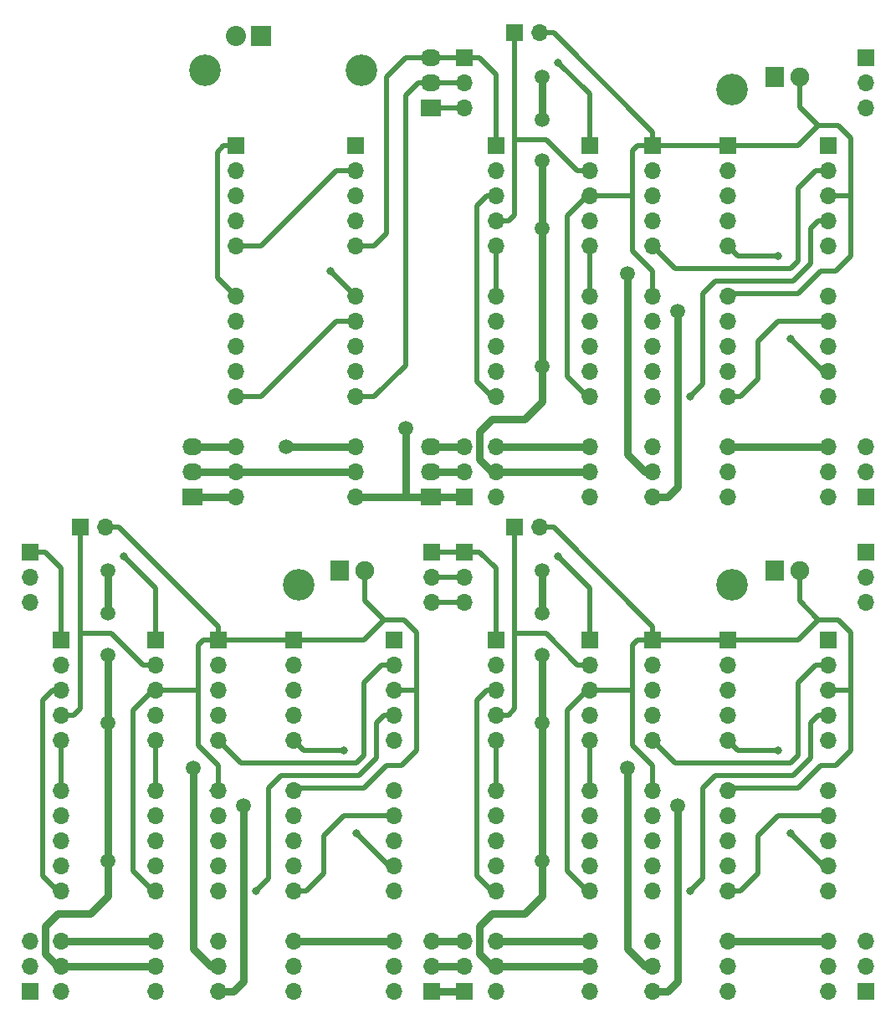
<source format=gtl>
G04 #@! TF.FileFunction,Copper,L1,Top,Signal*
%FSLAX46Y46*%
G04 Gerber Fmt 4.6, Leading zero omitted, Abs format (unit mm)*
G04 Created by KiCad (PCBNEW 4.0.5+dfsg1-4) date Fri Sep 22 17:31:14 2017*
%MOMM*%
%LPD*%
G01*
G04 APERTURE LIST*
%ADD10C,0.100000*%
%ADD11C,3.200000*%
%ADD12R,1.700000X1.700000*%
%ADD13O,1.700000X1.700000*%
%ADD14R,1.900000X2.000000*%
%ADD15C,1.900000*%
%ADD16R,2.032000X2.032000*%
%ADD17O,2.032000X2.032000*%
%ADD18R,2.032000X1.727200*%
%ADD19O,2.032000X1.727200*%
%ADD20C,1.500000*%
%ADD21C,0.800000*%
%ADD22C,0.500000*%
%ADD23C,0.800000*%
G04 APERTURE END LIST*
D10*
D11*
X112395000Y-83820000D03*
X68580000Y-83820000D03*
X112395000Y-33655000D03*
X59055000Y-31750000D03*
X74930000Y-31750000D03*
D12*
X81994300Y-80481300D03*
D13*
X81994300Y-83021300D03*
X81994300Y-85561300D03*
D12*
X41354300Y-80481300D03*
D13*
X41354300Y-83021300D03*
X41354300Y-85561300D03*
D12*
X46434300Y-77941300D03*
D13*
X48974300Y-77941300D03*
D12*
X81994300Y-124931300D03*
D13*
X81994300Y-122391300D03*
X81994300Y-119851300D03*
D12*
X41354300Y-124931300D03*
D13*
X41354300Y-122391300D03*
X41354300Y-119851300D03*
D12*
X44529300Y-89371300D03*
D13*
X44529300Y-91911300D03*
X44529300Y-94451300D03*
X44529300Y-96991300D03*
X44529300Y-99531300D03*
X44529300Y-104611300D03*
X44529300Y-107151300D03*
X44529300Y-109691300D03*
X44529300Y-112231300D03*
X44529300Y-114771300D03*
X44529300Y-119851300D03*
X44529300Y-122391300D03*
X44529300Y-124931300D03*
D12*
X54054300Y-89371300D03*
D13*
X54054300Y-91911300D03*
X54054300Y-94451300D03*
X54054300Y-96991300D03*
X54054300Y-99531300D03*
X54054300Y-104611300D03*
X54054300Y-107151300D03*
X54054300Y-109691300D03*
X54054300Y-112231300D03*
X54054300Y-114771300D03*
X54054300Y-119851300D03*
X54054300Y-122391300D03*
X54054300Y-124931300D03*
D12*
X60404300Y-89371300D03*
D13*
X60404300Y-91911300D03*
X60404300Y-94451300D03*
X60404300Y-96991300D03*
X60404300Y-99531300D03*
X60404300Y-104611300D03*
X60404300Y-107151300D03*
X60404300Y-109691300D03*
X60404300Y-112231300D03*
X60404300Y-114771300D03*
X60404300Y-119851300D03*
X60404300Y-122391300D03*
X60404300Y-124931300D03*
D12*
X68024300Y-89371300D03*
D13*
X68024300Y-91911300D03*
X68024300Y-94451300D03*
X68024300Y-96991300D03*
X68024300Y-99531300D03*
X68024300Y-104611300D03*
X68024300Y-107151300D03*
X68024300Y-109691300D03*
X68024300Y-112231300D03*
X68024300Y-114771300D03*
X68024300Y-119851300D03*
X68024300Y-122391300D03*
X68024300Y-124931300D03*
D12*
X78184300Y-89371300D03*
D13*
X78184300Y-91911300D03*
X78184300Y-94451300D03*
X78184300Y-96991300D03*
X78184300Y-99531300D03*
X78184300Y-104611300D03*
X78184300Y-107151300D03*
X78184300Y-109691300D03*
X78184300Y-112231300D03*
X78184300Y-114771300D03*
X78184300Y-119851300D03*
X78184300Y-122391300D03*
X78184300Y-124931300D03*
D14*
X72723300Y-82386300D03*
D15*
X75263300Y-82386300D03*
D14*
X116723300Y-82386300D03*
D15*
X119263300Y-82386300D03*
D12*
X122184300Y-89371300D03*
D13*
X122184300Y-91911300D03*
X122184300Y-94451300D03*
X122184300Y-96991300D03*
X122184300Y-99531300D03*
X122184300Y-104611300D03*
X122184300Y-107151300D03*
X122184300Y-109691300D03*
X122184300Y-112231300D03*
X122184300Y-114771300D03*
X122184300Y-119851300D03*
X122184300Y-122391300D03*
X122184300Y-124931300D03*
D12*
X112024300Y-89371300D03*
D13*
X112024300Y-91911300D03*
X112024300Y-94451300D03*
X112024300Y-96991300D03*
X112024300Y-99531300D03*
X112024300Y-104611300D03*
X112024300Y-107151300D03*
X112024300Y-109691300D03*
X112024300Y-112231300D03*
X112024300Y-114771300D03*
X112024300Y-119851300D03*
X112024300Y-122391300D03*
X112024300Y-124931300D03*
D12*
X104404300Y-89371300D03*
D13*
X104404300Y-91911300D03*
X104404300Y-94451300D03*
X104404300Y-96991300D03*
X104404300Y-99531300D03*
X104404300Y-104611300D03*
X104404300Y-107151300D03*
X104404300Y-109691300D03*
X104404300Y-112231300D03*
X104404300Y-114771300D03*
X104404300Y-119851300D03*
X104404300Y-122391300D03*
X104404300Y-124931300D03*
D12*
X98054300Y-89371300D03*
D13*
X98054300Y-91911300D03*
X98054300Y-94451300D03*
X98054300Y-96991300D03*
X98054300Y-99531300D03*
X98054300Y-104611300D03*
X98054300Y-107151300D03*
X98054300Y-109691300D03*
X98054300Y-112231300D03*
X98054300Y-114771300D03*
X98054300Y-119851300D03*
X98054300Y-122391300D03*
X98054300Y-124931300D03*
D12*
X88529300Y-89371300D03*
D13*
X88529300Y-91911300D03*
X88529300Y-94451300D03*
X88529300Y-96991300D03*
X88529300Y-99531300D03*
X88529300Y-104611300D03*
X88529300Y-107151300D03*
X88529300Y-109691300D03*
X88529300Y-112231300D03*
X88529300Y-114771300D03*
X88529300Y-119851300D03*
X88529300Y-122391300D03*
X88529300Y-124931300D03*
D12*
X85354300Y-124931300D03*
D13*
X85354300Y-122391300D03*
X85354300Y-119851300D03*
D12*
X125994300Y-124931300D03*
D13*
X125994300Y-122391300D03*
X125994300Y-119851300D03*
D12*
X90434300Y-77941300D03*
D13*
X92974300Y-77941300D03*
D12*
X85354300Y-80481300D03*
D13*
X85354300Y-83021300D03*
X85354300Y-85561300D03*
D12*
X125994300Y-80481300D03*
D13*
X125994300Y-83021300D03*
X125994300Y-85561300D03*
D12*
X125994300Y-30481300D03*
D13*
X125994300Y-33021300D03*
X125994300Y-35561300D03*
D12*
X85354300Y-30481300D03*
D13*
X85354300Y-33021300D03*
X85354300Y-35561300D03*
D12*
X90434300Y-27941300D03*
D13*
X92974300Y-27941300D03*
D12*
X125994300Y-74931300D03*
D13*
X125994300Y-72391300D03*
X125994300Y-69851300D03*
D12*
X85354300Y-74931300D03*
D13*
X85354300Y-72391300D03*
X85354300Y-69851300D03*
D12*
X88529300Y-39371300D03*
D13*
X88529300Y-41911300D03*
X88529300Y-44451300D03*
X88529300Y-46991300D03*
X88529300Y-49531300D03*
X88529300Y-54611300D03*
X88529300Y-57151300D03*
X88529300Y-59691300D03*
X88529300Y-62231300D03*
X88529300Y-64771300D03*
X88529300Y-69851300D03*
X88529300Y-72391300D03*
X88529300Y-74931300D03*
D12*
X98054300Y-39371300D03*
D13*
X98054300Y-41911300D03*
X98054300Y-44451300D03*
X98054300Y-46991300D03*
X98054300Y-49531300D03*
X98054300Y-54611300D03*
X98054300Y-57151300D03*
X98054300Y-59691300D03*
X98054300Y-62231300D03*
X98054300Y-64771300D03*
X98054300Y-69851300D03*
X98054300Y-72391300D03*
X98054300Y-74931300D03*
D12*
X104404300Y-39371300D03*
D13*
X104404300Y-41911300D03*
X104404300Y-44451300D03*
X104404300Y-46991300D03*
X104404300Y-49531300D03*
X104404300Y-54611300D03*
X104404300Y-57151300D03*
X104404300Y-59691300D03*
X104404300Y-62231300D03*
X104404300Y-64771300D03*
X104404300Y-69851300D03*
X104404300Y-72391300D03*
X104404300Y-74931300D03*
D12*
X112024300Y-39371300D03*
D13*
X112024300Y-41911300D03*
X112024300Y-44451300D03*
X112024300Y-46991300D03*
X112024300Y-49531300D03*
X112024300Y-54611300D03*
X112024300Y-57151300D03*
X112024300Y-59691300D03*
X112024300Y-62231300D03*
X112024300Y-64771300D03*
X112024300Y-69851300D03*
X112024300Y-72391300D03*
X112024300Y-74931300D03*
D12*
X122184300Y-39371300D03*
D13*
X122184300Y-41911300D03*
X122184300Y-44451300D03*
X122184300Y-46991300D03*
X122184300Y-49531300D03*
X122184300Y-54611300D03*
X122184300Y-57151300D03*
X122184300Y-59691300D03*
X122184300Y-62231300D03*
X122184300Y-64771300D03*
X122184300Y-69851300D03*
X122184300Y-72391300D03*
X122184300Y-74931300D03*
D14*
X116723300Y-32386300D03*
D15*
X119263300Y-32386300D03*
D16*
X64750000Y-28250000D03*
D17*
X62210000Y-28250000D03*
D18*
X81915000Y-35560000D03*
D19*
X81915000Y-33020000D03*
X81915000Y-30480000D03*
D12*
X62230000Y-39370000D03*
D13*
X62230000Y-41910000D03*
X62230000Y-44450000D03*
X62230000Y-46990000D03*
X62230000Y-49530000D03*
X62230000Y-54610000D03*
X62230000Y-57150000D03*
X62230000Y-59690000D03*
X62230000Y-62230000D03*
X62230000Y-64770000D03*
X62230000Y-69850000D03*
X62230000Y-72390000D03*
X62230000Y-74930000D03*
D12*
X74295000Y-39370000D03*
D13*
X74295000Y-41910000D03*
X74295000Y-44450000D03*
X74295000Y-46990000D03*
X74295000Y-49530000D03*
X74295000Y-54610000D03*
X74295000Y-57150000D03*
X74295000Y-59690000D03*
X74295000Y-62230000D03*
X74295000Y-64770000D03*
X74295000Y-69850000D03*
X74295000Y-72390000D03*
X74295000Y-74930000D03*
D18*
X81915000Y-74930000D03*
D19*
X81915000Y-72390000D03*
X81915000Y-69850000D03*
D18*
X57785000Y-74930000D03*
D19*
X57785000Y-72390000D03*
X57785000Y-69850000D03*
D20*
X57864300Y-102325300D03*
X49228300Y-86704300D03*
X49228300Y-82386300D03*
X49228300Y-90895300D03*
X49228300Y-97753300D03*
X49228300Y-111723300D03*
X93228300Y-111723300D03*
X93228300Y-97753300D03*
X93228300Y-90895300D03*
X93228300Y-82386300D03*
X93228300Y-86704300D03*
X101864300Y-102325300D03*
X101864300Y-52325300D03*
X93228300Y-36704300D03*
X93228300Y-32386300D03*
X93228300Y-40895300D03*
X93228300Y-47753300D03*
X93228300Y-61723300D03*
D21*
X50844300Y-80931300D03*
X94844300Y-80931300D03*
X94844300Y-30931300D03*
D20*
X62944300Y-106135300D03*
X106944300Y-106135300D03*
X79375000Y-67945000D03*
X106944300Y-56135300D03*
X67310000Y-69850000D03*
D21*
X64214300Y-114771300D03*
X108214300Y-114771300D03*
X108214300Y-64771300D03*
X74374300Y-108929300D03*
X73104300Y-100547300D03*
X117104300Y-100547300D03*
X118374300Y-108929300D03*
X118374300Y-58929300D03*
X117104300Y-50547300D03*
X71755000Y-52070000D03*
D22*
X44529300Y-114771300D02*
X44148300Y-114771300D01*
X44148300Y-114771300D02*
X42624300Y-113247300D01*
X42624300Y-113247300D02*
X42624300Y-95467300D01*
X42624300Y-95467300D02*
X43640300Y-94451300D01*
X43640300Y-94451300D02*
X44529300Y-94451300D01*
X87640300Y-94451300D02*
X88529300Y-94451300D01*
X86624300Y-95467300D02*
X87640300Y-94451300D01*
X86624300Y-113247300D02*
X86624300Y-95467300D01*
X88148300Y-114771300D02*
X86624300Y-113247300D01*
X88529300Y-114771300D02*
X88148300Y-114771300D01*
X88529300Y-64771300D02*
X88148300Y-64771300D01*
X88148300Y-64771300D02*
X86624300Y-63247300D01*
X86624300Y-63247300D02*
X86624300Y-45467300D01*
X86624300Y-45467300D02*
X87640300Y-44451300D01*
X87640300Y-44451300D02*
X88529300Y-44451300D01*
D23*
X62230000Y-72390000D02*
X57785000Y-72390000D01*
X81994300Y-122391300D02*
X85354300Y-122391300D01*
X59642300Y-122391300D02*
X57864300Y-120613300D01*
X57864300Y-118581300D02*
X57864300Y-120613300D01*
X57864300Y-118581300D02*
X57864300Y-102325300D01*
X59642300Y-122391300D02*
X60404300Y-122391300D01*
X44529300Y-122391300D02*
X44148300Y-122391300D01*
X44148300Y-122391300D02*
X42878300Y-121121300D01*
X42878300Y-121121300D02*
X42878300Y-118327300D01*
X44529300Y-122391300D02*
X54054300Y-122391300D01*
X49228300Y-86704300D02*
X49228300Y-82386300D01*
X49228300Y-97753300D02*
X49228300Y-90895300D01*
X49228300Y-111723300D02*
X49228300Y-97753300D01*
X49228300Y-115279300D02*
X49228300Y-111723300D01*
X47450300Y-117057300D02*
X49228300Y-115279300D01*
X44148300Y-117057300D02*
X47450300Y-117057300D01*
X42878300Y-118327300D02*
X44148300Y-117057300D01*
X86878300Y-118327300D02*
X88148300Y-117057300D01*
X88148300Y-117057300D02*
X91450300Y-117057300D01*
X91450300Y-117057300D02*
X93228300Y-115279300D01*
X93228300Y-115279300D02*
X93228300Y-111723300D01*
X93228300Y-111723300D02*
X93228300Y-97753300D01*
X93228300Y-97753300D02*
X93228300Y-90895300D01*
X93228300Y-86704300D02*
X93228300Y-82386300D01*
X88529300Y-122391300D02*
X98054300Y-122391300D01*
X86878300Y-121121300D02*
X86878300Y-118327300D01*
X88148300Y-122391300D02*
X86878300Y-121121300D01*
X88529300Y-122391300D02*
X88148300Y-122391300D01*
X103642300Y-122391300D02*
X104404300Y-122391300D01*
X101864300Y-118581300D02*
X101864300Y-102325300D01*
X101864300Y-118581300D02*
X101864300Y-120613300D01*
X103642300Y-122391300D02*
X101864300Y-120613300D01*
X85354300Y-72391300D02*
X81916300Y-72391300D01*
X81916300Y-72391300D02*
X81915000Y-72390000D01*
X62230000Y-72390000D02*
X74295000Y-72390000D01*
X103642300Y-72391300D02*
X101864300Y-70613300D01*
X101864300Y-68581300D02*
X101864300Y-70613300D01*
X101864300Y-68581300D02*
X101864300Y-52325300D01*
X103642300Y-72391300D02*
X104404300Y-72391300D01*
X88529300Y-72391300D02*
X88148300Y-72391300D01*
X88148300Y-72391300D02*
X86878300Y-71121300D01*
X86878300Y-71121300D02*
X86878300Y-68327300D01*
X88529300Y-72391300D02*
X98054300Y-72391300D01*
X93228300Y-36704300D02*
X93228300Y-32386300D01*
X93228300Y-47753300D02*
X93228300Y-40895300D01*
X93228300Y-61723300D02*
X93228300Y-47753300D01*
X93228300Y-65279300D02*
X93228300Y-61723300D01*
X91450300Y-67057300D02*
X93228300Y-65279300D01*
X88148300Y-67057300D02*
X91450300Y-67057300D01*
X86878300Y-68327300D02*
X88148300Y-67057300D01*
D22*
X51768300Y-96483300D02*
X51768300Y-112739300D01*
X54054300Y-94451300D02*
X58372300Y-94451300D01*
X60404300Y-104611300D02*
X60404300Y-102071300D01*
X60404300Y-102071300D02*
X58372300Y-100039300D01*
X58372300Y-100039300D02*
X58372300Y-94451300D01*
X58880300Y-89371300D02*
X60404300Y-89371300D01*
X58372300Y-94451300D02*
X58372300Y-89879300D01*
X58372300Y-89879300D02*
X58880300Y-89371300D01*
X48974300Y-77941300D02*
X50354300Y-77941300D01*
X60404300Y-87991300D02*
X60404300Y-89371300D01*
X50354300Y-77941300D02*
X60404300Y-87991300D01*
X68278300Y-104357300D02*
X69294300Y-104357300D01*
X80470300Y-100547300D02*
X80470300Y-94451300D01*
X78946300Y-102071300D02*
X80470300Y-100547300D01*
X77422300Y-102071300D02*
X78946300Y-102071300D01*
X75136300Y-104357300D02*
X77422300Y-102071300D01*
X69294300Y-104357300D02*
X75136300Y-104357300D01*
X68278300Y-104357300D02*
X68024300Y-104611300D01*
X68024300Y-89371300D02*
X75136300Y-89371300D01*
X60404300Y-89371300D02*
X68024300Y-89371300D01*
X80470300Y-94451300D02*
X78184300Y-94451300D01*
X48974300Y-77941300D02*
X48974300Y-78195300D01*
X59769300Y-104611300D02*
X60404300Y-104611300D01*
X54054300Y-94451300D02*
X53800300Y-94451300D01*
X53800300Y-94451300D02*
X51768300Y-96483300D01*
X51768300Y-112739300D02*
X53800300Y-114771300D01*
X53800300Y-114771300D02*
X54054300Y-114771300D01*
X79200300Y-87339300D02*
X80470300Y-88609300D01*
X80470300Y-88609300D02*
X80470300Y-94451300D01*
X75263300Y-82386300D02*
X75263300Y-85434300D01*
X75263300Y-85434300D02*
X77168300Y-87339300D01*
X75136300Y-89371300D02*
X77168300Y-87339300D01*
X77168300Y-87339300D02*
X79200300Y-87339300D01*
X121168300Y-87339300D02*
X123200300Y-87339300D01*
X119136300Y-89371300D02*
X121168300Y-87339300D01*
X119263300Y-85434300D02*
X121168300Y-87339300D01*
X119263300Y-82386300D02*
X119263300Y-85434300D01*
X124470300Y-88609300D02*
X124470300Y-94451300D01*
X123200300Y-87339300D02*
X124470300Y-88609300D01*
X97800300Y-114771300D02*
X98054300Y-114771300D01*
X95768300Y-112739300D02*
X97800300Y-114771300D01*
X97800300Y-94451300D02*
X95768300Y-96483300D01*
X98054300Y-94451300D02*
X97800300Y-94451300D01*
X103769300Y-104611300D02*
X104404300Y-104611300D01*
X92974300Y-77941300D02*
X92974300Y-78195300D01*
X124470300Y-94451300D02*
X122184300Y-94451300D01*
X104404300Y-89371300D02*
X112024300Y-89371300D01*
X112024300Y-89371300D02*
X119136300Y-89371300D01*
X112278300Y-104357300D02*
X112024300Y-104611300D01*
X113294300Y-104357300D02*
X119136300Y-104357300D01*
X119136300Y-104357300D02*
X121422300Y-102071300D01*
X121422300Y-102071300D02*
X122946300Y-102071300D01*
X122946300Y-102071300D02*
X124470300Y-100547300D01*
X124470300Y-100547300D02*
X124470300Y-94451300D01*
X112278300Y-104357300D02*
X113294300Y-104357300D01*
X94354300Y-77941300D02*
X104404300Y-87991300D01*
X104404300Y-87991300D02*
X104404300Y-89371300D01*
X92974300Y-77941300D02*
X94354300Y-77941300D01*
X102372300Y-89879300D02*
X102880300Y-89371300D01*
X102372300Y-94451300D02*
X102372300Y-89879300D01*
X102880300Y-89371300D02*
X104404300Y-89371300D01*
X102372300Y-100039300D02*
X102372300Y-94451300D01*
X104404300Y-102071300D02*
X102372300Y-100039300D01*
X104404300Y-104611300D02*
X104404300Y-102071300D01*
X98054300Y-94451300D02*
X102372300Y-94451300D01*
X95768300Y-96483300D02*
X95768300Y-112739300D01*
X95768300Y-46483300D02*
X95768300Y-62739300D01*
X98054300Y-44451300D02*
X102372300Y-44451300D01*
X104404300Y-54611300D02*
X104404300Y-52071300D01*
X104404300Y-52071300D02*
X102372300Y-50039300D01*
X102372300Y-50039300D02*
X102372300Y-44451300D01*
X102880300Y-39371300D02*
X104404300Y-39371300D01*
X102372300Y-44451300D02*
X102372300Y-39879300D01*
X102372300Y-39879300D02*
X102880300Y-39371300D01*
X92974300Y-27941300D02*
X94354300Y-27941300D01*
X104404300Y-37991300D02*
X104404300Y-39371300D01*
X94354300Y-27941300D02*
X104404300Y-37991300D01*
X112278300Y-54357300D02*
X113294300Y-54357300D01*
X124470300Y-50547300D02*
X124470300Y-44451300D01*
X122946300Y-52071300D02*
X124470300Y-50547300D01*
X121422300Y-52071300D02*
X122946300Y-52071300D01*
X119136300Y-54357300D02*
X121422300Y-52071300D01*
X113294300Y-54357300D02*
X119136300Y-54357300D01*
X112278300Y-54357300D02*
X112024300Y-54611300D01*
X112024300Y-39371300D02*
X119136300Y-39371300D01*
X104404300Y-39371300D02*
X112024300Y-39371300D01*
X124470300Y-44451300D02*
X122184300Y-44451300D01*
X92974300Y-27941300D02*
X92974300Y-28195300D01*
X103769300Y-54611300D02*
X104404300Y-54611300D01*
X98054300Y-44451300D02*
X97800300Y-44451300D01*
X97800300Y-44451300D02*
X95768300Y-46483300D01*
X95768300Y-62739300D02*
X97800300Y-64771300D01*
X97800300Y-64771300D02*
X98054300Y-64771300D01*
X123200300Y-37339300D02*
X124470300Y-38609300D01*
X124470300Y-38609300D02*
X124470300Y-44451300D01*
X119263300Y-32386300D02*
X119263300Y-35434300D01*
X119263300Y-35434300D02*
X121168300Y-37339300D01*
X119136300Y-39371300D02*
X121168300Y-37339300D01*
X121168300Y-37339300D02*
X123200300Y-37339300D01*
X81994300Y-80481300D02*
X85354300Y-80481300D01*
X41353000Y-80480000D02*
X41354300Y-80481300D01*
X44529300Y-89371300D02*
X44529300Y-82132300D01*
X42878300Y-80481300D02*
X41354300Y-80481300D01*
X44529300Y-82132300D02*
X42878300Y-80481300D01*
X88529300Y-82132300D02*
X86878300Y-80481300D01*
X88529300Y-89371300D02*
X88529300Y-82132300D01*
X86878300Y-80481300D02*
X85354300Y-80481300D01*
X85353000Y-80480000D02*
X85354300Y-80481300D01*
X81915000Y-30480000D02*
X85353000Y-30480000D01*
X85353000Y-30480000D02*
X85354300Y-30481300D01*
X81915000Y-30480000D02*
X79375000Y-30480000D01*
X76200000Y-49530000D02*
X74295000Y-49530000D01*
X77470000Y-48260000D02*
X76200000Y-49530000D01*
X77470000Y-32385000D02*
X77470000Y-48260000D01*
X79375000Y-30480000D02*
X77470000Y-32385000D01*
X88529300Y-39371300D02*
X88529300Y-32132300D01*
X86878300Y-30481300D02*
X85354300Y-30481300D01*
X88529300Y-32132300D02*
X86878300Y-30481300D01*
X85354300Y-83021300D02*
X81994300Y-83021300D01*
X54054300Y-84141300D02*
X50844300Y-80931300D01*
X54054300Y-89371300D02*
X54054300Y-84141300D01*
X98054300Y-89371300D02*
X98054300Y-84141300D01*
X98054300Y-84141300D02*
X94844300Y-80931300D01*
X85354300Y-33021300D02*
X81916300Y-33021300D01*
X98054300Y-34141300D02*
X94844300Y-30931300D01*
X81916300Y-33021300D02*
X81915000Y-33020000D01*
X74295000Y-64770000D02*
X76200000Y-64770000D01*
X80645000Y-33020000D02*
X81915000Y-33020000D01*
X79375000Y-34290000D02*
X80645000Y-33020000D01*
X79375000Y-61595000D02*
X79375000Y-34290000D01*
X76200000Y-64770000D02*
X79375000Y-61595000D01*
X98054300Y-39371300D02*
X98054300Y-34141300D01*
X81994300Y-85561300D02*
X85354300Y-85561300D01*
X41353000Y-85560000D02*
X41354300Y-85561300D01*
X85353000Y-85560000D02*
X85354300Y-85561300D01*
X81915000Y-35560000D02*
X85353000Y-35560000D01*
X85353000Y-35560000D02*
X85354300Y-35561300D01*
X49609300Y-88736300D02*
X46434300Y-88736300D01*
X46434300Y-96356300D02*
X46434300Y-88736300D01*
X54054300Y-91911300D02*
X52784300Y-91911300D01*
X52784300Y-91911300D02*
X49609300Y-88736300D01*
X44529300Y-96991300D02*
X45799300Y-96991300D01*
X46434300Y-88736300D02*
X46434300Y-77941300D01*
X45799300Y-96991300D02*
X46434300Y-96356300D01*
X89799300Y-96991300D02*
X90434300Y-96356300D01*
X90434300Y-88736300D02*
X90434300Y-77941300D01*
X88529300Y-96991300D02*
X89799300Y-96991300D01*
X96784300Y-91911300D02*
X93609300Y-88736300D01*
X98054300Y-91911300D02*
X96784300Y-91911300D01*
X90434300Y-96356300D02*
X90434300Y-88736300D01*
X93609300Y-88736300D02*
X90434300Y-88736300D01*
X93609300Y-38736300D02*
X90434300Y-38736300D01*
X90434300Y-46356300D02*
X90434300Y-38736300D01*
X98054300Y-41911300D02*
X96784300Y-41911300D01*
X96784300Y-41911300D02*
X93609300Y-38736300D01*
X88529300Y-46991300D02*
X89799300Y-46991300D01*
X90434300Y-38736300D02*
X90434300Y-27941300D01*
X89799300Y-46991300D02*
X90434300Y-46356300D01*
D23*
X57785000Y-74930000D02*
X62230000Y-74930000D01*
X81994300Y-124931300D02*
X85354300Y-124931300D01*
X41353000Y-124930000D02*
X41354300Y-124931300D01*
X60404300Y-124931300D02*
X61928300Y-124931300D01*
X62944300Y-123915300D02*
X61928300Y-124931300D01*
X62944300Y-122391300D02*
X62944300Y-123915300D01*
X62944300Y-122391300D02*
X62944300Y-106135300D01*
X106944300Y-122391300D02*
X106944300Y-106135300D01*
X106944300Y-122391300D02*
X106944300Y-123915300D01*
X106944300Y-123915300D02*
X105928300Y-124931300D01*
X104404300Y-124931300D02*
X105928300Y-124931300D01*
X85353000Y-124930000D02*
X85354300Y-124931300D01*
X81915000Y-74930000D02*
X85353000Y-74930000D01*
X85353000Y-74930000D02*
X85354300Y-74931300D01*
X79375000Y-74930000D02*
X74295000Y-74930000D01*
X81915000Y-74930000D02*
X79375000Y-74930000D01*
X79375000Y-67945000D02*
X79375000Y-74930000D01*
X104404300Y-74931300D02*
X105928300Y-74931300D01*
X106944300Y-73915300D02*
X105928300Y-74931300D01*
X106944300Y-72391300D02*
X106944300Y-73915300D01*
X106944300Y-72391300D02*
X106944300Y-56135300D01*
X57785000Y-69850000D02*
X62230000Y-69850000D01*
X81994300Y-119851300D02*
X85354300Y-119851300D01*
X41353000Y-119850000D02*
X41354300Y-119851300D01*
X68024300Y-119851300D02*
X78184300Y-119851300D01*
X44529300Y-119851300D02*
X54054300Y-119851300D01*
X88529300Y-119851300D02*
X98054300Y-119851300D01*
X112024300Y-119851300D02*
X122184300Y-119851300D01*
X85353000Y-119850000D02*
X85354300Y-119851300D01*
X81915000Y-69850000D02*
X85353000Y-69850000D01*
X85353000Y-69850000D02*
X85354300Y-69851300D01*
X67310000Y-69850000D02*
X74295000Y-69850000D01*
X112024300Y-69851300D02*
X122184300Y-69851300D01*
X88529300Y-69851300D02*
X98054300Y-69851300D01*
D22*
X44529300Y-104611300D02*
X44529300Y-99531300D01*
X88529300Y-104611300D02*
X88529300Y-99531300D01*
X88529300Y-54611300D02*
X88529300Y-49531300D01*
X54054300Y-99531300D02*
X54054300Y-104611300D01*
X98054300Y-99531300D02*
X98054300Y-104611300D01*
X98054300Y-49531300D02*
X98054300Y-54611300D01*
X60404300Y-99531300D02*
X62690300Y-101817300D01*
X76914300Y-91911300D02*
X78184300Y-91911300D01*
X75136300Y-93689300D02*
X76914300Y-91911300D01*
X75136300Y-101055300D02*
X75136300Y-93689300D01*
X74374300Y-101817300D02*
X75136300Y-101055300D01*
X62690300Y-101817300D02*
X74374300Y-101817300D01*
X106690300Y-101817300D02*
X118374300Y-101817300D01*
X118374300Y-101817300D02*
X119136300Y-101055300D01*
X119136300Y-101055300D02*
X119136300Y-93689300D01*
X119136300Y-93689300D02*
X120914300Y-91911300D01*
X120914300Y-91911300D02*
X122184300Y-91911300D01*
X104404300Y-99531300D02*
X106690300Y-101817300D01*
X104404300Y-49531300D02*
X106690300Y-51817300D01*
X120914300Y-41911300D02*
X122184300Y-41911300D01*
X119136300Y-43689300D02*
X120914300Y-41911300D01*
X119136300Y-51055300D02*
X119136300Y-43689300D01*
X118374300Y-51817300D02*
X119136300Y-51055300D01*
X106690300Y-51817300D02*
X118374300Y-51817300D01*
X78184300Y-96991300D02*
X77168300Y-96991300D01*
X76406300Y-97753300D02*
X76406300Y-101309300D01*
X77168300Y-96991300D02*
X76406300Y-97753300D01*
X64214300Y-114771300D02*
X65484300Y-113501300D01*
X65484300Y-113501300D02*
X65484300Y-104357300D01*
X65484300Y-104357300D02*
X66754300Y-103087300D01*
X66754300Y-103087300D02*
X74628300Y-103087300D01*
X74628300Y-103087300D02*
X76406300Y-101309300D01*
X118628300Y-103087300D02*
X120406300Y-101309300D01*
X110754300Y-103087300D02*
X118628300Y-103087300D01*
X109484300Y-104357300D02*
X110754300Y-103087300D01*
X109484300Y-113501300D02*
X109484300Y-104357300D01*
X108214300Y-114771300D02*
X109484300Y-113501300D01*
X121168300Y-96991300D02*
X120406300Y-97753300D01*
X120406300Y-97753300D02*
X120406300Y-101309300D01*
X122184300Y-96991300D02*
X121168300Y-96991300D01*
X122184300Y-46991300D02*
X121168300Y-46991300D01*
X120406300Y-47753300D02*
X120406300Y-51309300D01*
X121168300Y-46991300D02*
X120406300Y-47753300D01*
X108214300Y-64771300D02*
X109484300Y-63501300D01*
X109484300Y-63501300D02*
X109484300Y-54357300D01*
X109484300Y-54357300D02*
X110754300Y-53087300D01*
X110754300Y-53087300D02*
X118628300Y-53087300D01*
X118628300Y-53087300D02*
X120406300Y-51309300D01*
X78184300Y-112231300D02*
X77676300Y-112231300D01*
X77676300Y-112231300D02*
X74374300Y-108929300D01*
X73104300Y-100547300D02*
X69040300Y-100547300D01*
X69040300Y-100547300D02*
X68024300Y-99531300D01*
X113040300Y-100547300D02*
X112024300Y-99531300D01*
X117104300Y-100547300D02*
X113040300Y-100547300D01*
X121676300Y-112231300D02*
X118374300Y-108929300D01*
X122184300Y-112231300D02*
X121676300Y-112231300D01*
X122184300Y-62231300D02*
X121676300Y-62231300D01*
X121676300Y-62231300D02*
X118374300Y-58929300D01*
X117104300Y-50547300D02*
X113040300Y-50547300D01*
X113040300Y-50547300D02*
X112024300Y-49531300D01*
X68024300Y-114771300D02*
X69294300Y-114771300D01*
X73104300Y-107151300D02*
X78184300Y-107151300D01*
X71072300Y-109183300D02*
X73104300Y-107151300D01*
X71072300Y-112993300D02*
X71072300Y-109183300D01*
X69294300Y-114771300D02*
X71072300Y-112993300D01*
X113294300Y-114771300D02*
X115072300Y-112993300D01*
X115072300Y-112993300D02*
X115072300Y-109183300D01*
X115072300Y-109183300D02*
X117104300Y-107151300D01*
X117104300Y-107151300D02*
X122184300Y-107151300D01*
X112024300Y-114771300D02*
X113294300Y-114771300D01*
X112024300Y-64771300D02*
X113294300Y-64771300D01*
X117104300Y-57151300D02*
X122184300Y-57151300D01*
X115072300Y-59183300D02*
X117104300Y-57151300D01*
X115072300Y-62993300D02*
X115072300Y-59183300D01*
X113294300Y-64771300D02*
X115072300Y-62993300D01*
X74295000Y-54610000D02*
X71755000Y-52070000D01*
X62230000Y-54610000D02*
X60325000Y-52705000D01*
X60960000Y-39370000D02*
X62230000Y-39370000D01*
X60325000Y-40005000D02*
X60960000Y-39370000D01*
X60325000Y-52705000D02*
X60325000Y-40005000D01*
X62230000Y-49530000D02*
X64770000Y-49530000D01*
X72390000Y-41910000D02*
X74295000Y-41910000D01*
X64770000Y-49530000D02*
X72390000Y-41910000D01*
X62230000Y-64770000D02*
X64770000Y-64770000D01*
X72390000Y-57150000D02*
X74295000Y-57150000D01*
X64770000Y-64770000D02*
X72390000Y-57150000D01*
M02*

</source>
